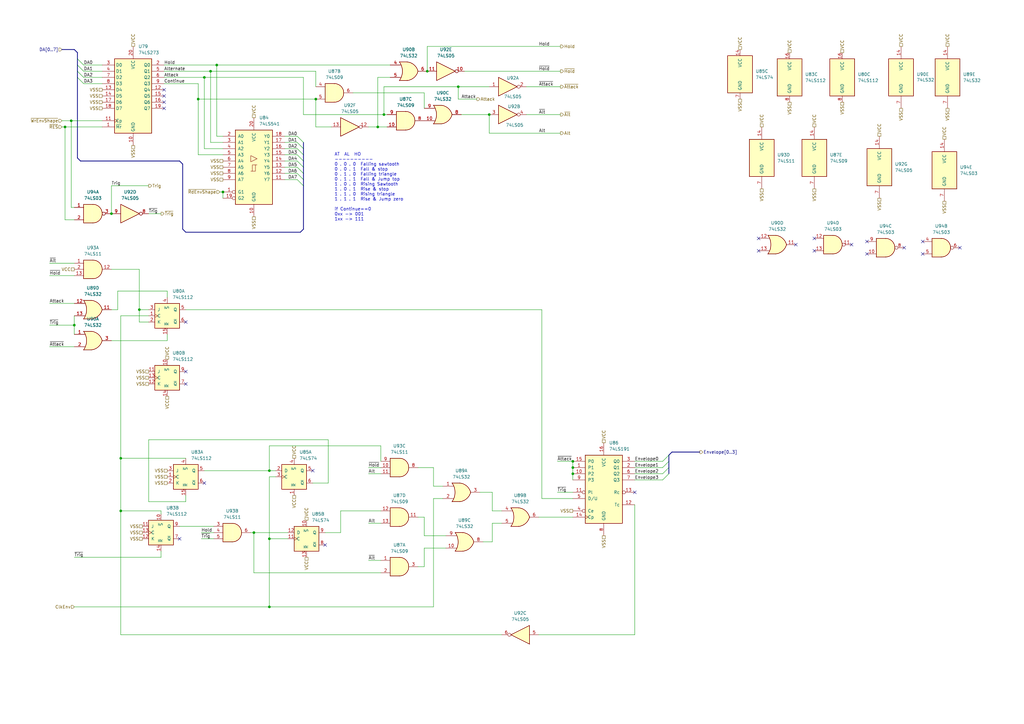
<source format=kicad_sch>
(kicad_sch (version 20250114) (generator "eeschema") (generator_version "9.0")
  (paper "A3")
  (lib_symbols
    (symbol "74xx:74LS03" (pin_names (offset 1.016))
      (property "Reference" "U" (at 0 1.27 0))
      (property "Value" "74LS03" (at 0 -1.27 0))
      (symbol "74LS03_1_1"
        (pin input line (at -7.62 2.54 0) (length 3.81) (name "~") (number "1"))
        (pin input line (at -7.62 -2.54 0) (length 3.81) (name "~") (number "2"))
        (pin open_collector inverted (at 7.62 0 180) (length 3.81) (name "~") (number "3"))
      )
      (symbol "74LS03_1_2"
        (pin input inverted (at -7.62 2.54 0) (length 4.318) (name "~") (number "1"))
        (pin input inverted (at -7.62 -2.54 0) (length 4.318) (name "~") (number "2"))
        (pin open_collector line (at 7.62 0 180) (length 3.81) (name "~") (number "3"))
      )
      (symbol "74LS03_2_1"
        (pin input line (at -7.62 2.54 0) (length 3.81) (name "~") (number "4"))
        (pin input line (at -7.62 -2.54 0) (length 3.81) (name "~") (number "5"))
        (pin open_collector inverted (at 7.62 0 180) (length 3.81) (name "~") (number "6"))
      )
      (symbol "74LS03_2_2"
        (pin input inverted (at -7.62 2.54 0) (length 4.318) (name "~") (number "4"))
        (pin input inverted (at -7.62 -2.54 0) (length 4.318) (name "~") (number "5"))
        (pin open_collector line (at 7.62 0 180) (length 3.81) (name "~") (number "6"))
      )
      (symbol "74LS03_3_1"
        (pin input line (at -7.62 2.54 0) (length 3.81) (name "~") (number "9"))
        (pin input line (at -7.62 -2.54 0) (length 3.81) (name "~") (number "10"))
        (pin open_collector inverted (at 7.62 0 180) (length 3.81) (name "~") (number "8"))
      )
      (symbol "74LS03_3_2"
        (pin input inverted (at -7.62 2.54 0) (length 4.318) (name "~") (number "9"))
        (pin input inverted (at -7.62 -2.54 0) (length 4.318) (name "~") (number "10"))
        (pin open_collector line (at 7.62 0 180) (length 3.81) (name "~") (number "8"))
      )
      (symbol "74LS03_4_1"
        (pin input line (at -7.62 2.54 0) (length 3.81) (name "~") (number "12"))
        (pin input line (at -7.62 -2.54 0) (length 3.81) (name "~") (number "13"))
        (pin open_collector inverted (at 7.62 0 180) (length 3.81) (name "~") (number "11"))
      )
      (symbol "74LS03_4_2"
        (pin input inverted (at -7.62 2.54 0) (length 4.318) (name "~") (number "12"))
        (pin input inverted (at -7.62 -2.54 0) (length 4.318) (name "~") (number "13"))
        (pin open_collector line (at 7.62 0 180) (length 3.81) (name "~") (number "11"))
      )
      (symbol "74LS03_5_0"
        (pin power_in line (at 0 12.7 270) (length 5.08) (name "VCC") (number "14"))
        (pin power_in line (at 0 -12.7 90) (length 5.08) (name "GND") (number "7"))
      )
    )
    (symbol "74xx:74LS05" (pin_names (offset 1.016))
      (property "Reference" "U" (at 0 1.27 0))
      (property "Value" "74LS05" (at 0 -1.27 0))
      (symbol "74LS05_1_0"
        (pin input line (at -7.62 0 0) (length 3.81) (name "~") (number "1"))
        (pin open_collector inverted (at 7.62 0 180) (length 3.81) (name "~") (number "2"))
      )
      (symbol "74LS05_2_0"
        (pin input line (at -7.62 0 0) (length 3.81) (name "~") (number "3"))
        (pin open_collector inverted (at 7.62 0 180) (length 3.81) (name "~") (number "4"))
      )
      (symbol "74LS05_3_0"
        (pin input line (at -7.62 0 0) (length 3.81) (name "~") (number "5"))
        (pin open_collector inverted (at 7.62 0 180) (length 3.81) (name "~") (number "6"))
      )
      (symbol "74LS05_4_0"
        (pin input line (at -7.62 0 0) (length 3.81) (name "~") (number "9"))
        (pin open_collector inverted (at 7.62 0 180) (length 3.81) (name "~") (number "8"))
      )
      (symbol "74LS05_5_0"
        (pin input line (at -7.62 0 0) (length 3.81) (name "~") (number "11"))
        (pin open_collector inverted (at 7.62 0 180) (length 3.81) (name "~") (number "10"))
      )
      (symbol "74LS05_6_0"
        (pin input line (at -7.62 0 0) (length 3.81) (name "~") (number "13"))
        (pin open_collector inverted (at 7.62 0 180) (length 3.81) (name "~") (number "12"))
      )
      (symbol "74LS05_7_0"
        (pin power_in line (at 0 12.7 270) (length 5.08) (name "VCC") (number "14"))
        (pin power_in line (at 0 -12.7 90) (length 5.08) (name "GND") (number "7"))
      )
    )
    (symbol "74xx:74LS09" (pin_names (offset 1.016))
      (property "Reference" "U" (at 0 1.27 0))
      (property "Value" "74LS09" (at 0 -1.27 0))
      (symbol "74LS09_1_1"
        (pin input line (at -7.62 2.54 0) (length 3.81) (name "~") (number "1"))
        (pin input line (at -7.62 -2.54 0) (length 3.81) (name "~") (number "2"))
        (pin open_collector line (at 7.62 0 180) (length 3.81) (name "~") (number "3"))
      )
      (symbol "74LS09_1_2"
        (pin input inverted (at -7.62 2.54 0) (length 4.318) (name "~") (number "1"))
        (pin input inverted (at -7.62 -2.54 0) (length 4.318) (name "~") (number "2"))
        (pin output inverted (at 7.62 0 180) (length 3.81) (name "~") (number "3"))
      )
      (symbol "74LS09_2_1"
        (pin input line (at -7.62 2.54 0) (length 3.81) (name "~") (number "4"))
        (pin input line (at -7.62 -2.54 0) (length 3.81) (name "~") (number "5"))
        (pin open_collector line (at 7.62 0 180) (length 3.81) (name "~") (number "6"))
      )
      (symbol "74LS09_2_2"
        (pin input inverted (at -7.62 2.54 0) (length 4.318) (name "~") (number "4"))
        (pin input inverted (at -7.62 -2.54 0) (length 4.318) (name "~") (number "5"))
        (pin output inverted (at 7.62 0 180) (length 3.81) (name "~") (number "6"))
      )
      (symbol "74LS09_3_1"
        (pin input line (at -7.62 2.54 0) (length 3.81) (name "~") (number "9"))
        (pin input line (at -7.62 -2.54 0) (length 3.81) (name "~") (number "10"))
        (pin open_collector line (at 7.62 0 180) (length 3.81) (name "~") (number "8"))
      )
      (symbol "74LS09_3_2"
        (pin input inverted (at -7.62 2.54 0) (length 4.318) (name "~") (number "9"))
        (pin input inverted (at -7.62 -2.54 0) (length 4.318) (name "~") (number "10"))
        (pin output inverted (at 7.62 0 180) (length 3.81) (name "~") (number "8"))
      )
      (symbol "74LS09_4_1"
        (pin input line (at -7.62 2.54 0) (length 3.81) (name "~") (number "12"))
        (pin input line (at -7.62 -2.54 0) (length 3.81) (name "~") (number "13"))
        (pin open_collector line (at 7.62 0 180) (length 3.81) (name "~") (number "11"))
      )
      (symbol "74LS09_4_2"
        (pin input inverted (at -7.62 2.54 0) (length 4.318) (name "~") (number "12"))
        (pin input inverted (at -7.62 -2.54 0) (length 4.318) (name "~") (number "13"))
        (pin output inverted (at 7.62 0 180) (length 3.81) (name "~") (number "11"))
      )
      (symbol "74LS09_5_0"
        (pin power_in line (at 0 12.7 270) (length 5.08) (name "VCC") (number "14"))
        (pin power_in line (at 0 -12.7 90) (length 5.08) (name "GND") (number "7"))
      )
    )
    (symbol "74xx:74LS11" (pin_names (offset 1.016))
      (property "Reference" "U" (at 0 1.27 0))
      (property "Value" "74LS11" (at 0 -1.27 0))
      (symbol "74LS11_1_1"
        (pin input line (at -7.62 2.54 0) (length 3.81) (name "~") (number "1"))
        (pin input line (at -7.62 0 0) (length 3.81) (name "~") (number "2"))
        (pin input line (at -7.62 -2.54 0) (length 3.81) (name "~") (number "13"))
        (pin output line (at 7.62 0 180) (length 3.81) (name "~") (number "12"))
      )
      (symbol "74LS11_1_2"
        (pin input inverted (at -7.62 2.54 0) (length 4.318) (name "~") (number "1"))
        (pin input inverted (at -7.62 0 0) (length 4.953) (name "~") (number "2"))
        (pin input inverted (at -7.62 -2.54 0) (length 4.318) (name "~") (number "13"))
        (pin output inverted (at 7.62 0 180) (length 3.81) (name "~") (number "12"))
      )
      (symbol "74LS11_2_1"
        (pin input line (at -7.62 2.54 0) (length 3.81) (name "~") (number "3"))
        (pin input line (at -7.62 0 0) (length 3.81) (name "~") (number "4"))
        (pin input line (at -7.62 -2.54 0) (length 3.81) (name "~") (number "5"))
        (pin output line (at 7.62 0 180) (length 3.81) (name "~") (number "6"))
      )
      (symbol "74LS11_2_2"
        (pin input inverted (at -7.62 2.54 0) (length 4.318) (name "~") (number "3"))
        (pin input inverted (at -7.62 0 0) (length 4.953) (name "~") (number "4"))
        (pin input inverted (at -7.62 -2.54 0) (length 4.318) (name "~") (number "5"))
        (pin output inverted (at 7.62 0 180) (length 3.81) (name "~") (number "6"))
      )
      (symbol "74LS11_3_1"
        (pin input line (at -7.62 2.54 0) (length 3.81) (name "~") (number "9"))
        (pin input line (at -7.62 0 0) (length 3.81) (name "~") (number "10"))
        (pin input line (at -7.62 -2.54 0) (length 3.81) (name "~") (number "11"))
        (pin output line (at 7.62 0 180) (length 3.81) (name "~") (number "8"))
      )
      (symbol "74LS11_3_2"
        (pin input inverted (at -7.62 2.54 0) (length 4.318) (name "~") (number "9"))
        (pin input inverted (at -7.62 0 0) (length 4.953) (name "~") (number "10"))
        (pin input inverted (at -7.62 -2.54 0) (length 4.318) (name "~") (number "11"))
        (pin output inverted (at 7.62 0 180) (length 3.81) (name "~") (number "8"))
      )
      (symbol "74LS11_4_0"
        (pin power_in line (at 0 12.7 270) (length 5.08) (name "VCC") (number "14"))
        (pin power_in line (at 0 -12.7 90) (length 5.08) (name "GND") (number "7"))
      )
    )
    (symbol "74xx:74LS112" (pin_names (offset 1.016))
      (property "Reference" "U" (at -7.62 8.89 0))
      (property "Value" "74LS112" (at -7.62 -8.89 0))
      (symbol "74LS112_1_0"
        (pin input line (at -7.62 2.54 0) (length 2.54) (name "J") (number "3"))
        (pin input clock (at -7.62 0 0) (length 2.54) (name "C") (number "1"))
        (pin input line (at -7.62 -2.54 0) (length 2.54) (name "K") (number "2"))
        (pin input line (at 0 7.62 270) (length 2.54) (name "~{S}") (number "4"))
        (pin input line (at 0 -7.62 90) (length 2.54) (name "~{R}") (number "15"))
        (pin output line (at 7.62 2.54 180) (length 2.54) (name "Q") (number "5"))
        (pin output line (at 7.62 -2.54 180) (length 2.54) (name "~{Q}") (number "6"))
      )
      (symbol "74LS112_2_0"
        (pin input line (at -7.62 2.54 0) (length 2.54) (name "J") (number "11"))
        (pin input clock (at -7.62 0 0) (length 2.54) (name "C") (number "13"))
        (pin input line (at -7.62 -2.54 0) (length 2.54) (name "K") (number "12"))
        (pin input line (at 0 7.62 270) (length 2.54) (name "~{S}") (number "10"))
        (pin input line (at 0 -7.62 90) (length 2.54) (name "~{R}") (number "14"))
        (pin output line (at 7.62 2.54 180) (length 2.54) (name "Q") (number "9"))
        (pin output line (at 7.62 -2.54 180) (length 2.54) (name "~{Q}") (number "7"))
      )
      (symbol "74LS112_3_0"
        (pin power_in line (at 0 10.16 270) (length 2.54) (name "VCC") (number "16"))
        (pin power_in line (at 0 -10.16 90) (length 2.54) (name "GND") (number "8"))
      )
    )
    (symbol "74xx:74LS191" (pin_names (offset 1.016))
      (property "Reference" "U" (at -7.62 13.97 0))
      (property "Value" "74LS191" (at -7.62 -16.51 0))
      (symbol "74LS191_1_0"
        (pin input line (at -12.7 10.16 0) (length 5.08) (name "P0") (number "15"))
        (pin input line (at -12.7 7.62 0) (length 5.08) (name "P1") (number "1"))
        (pin input line (at -12.7 5.08 0) (length 5.08) (name "P2") (number "10"))
        (pin input line (at -12.7 2.54 0) (length 5.08) (name "P3") (number "9"))
        (pin input inverted (at -12.7 -2.54 0) (length 5.08) (name "Pl") (number "11"))
        (pin input line (at -12.7 -5.08 0) (length 5.08) (name "D/U") (number "5"))
        (pin input inverted (at -12.7 -10.16 0) (length 5.08) (name "Ce") (number "4"))
        (pin input clock (at -12.7 -12.7 0) (length 5.08) (name "Cp") (number "14"))
        (pin power_in line (at 0 17.78 270) (length 5.08) (name "VCC") (number "16"))
        (pin power_in line (at 0 -20.32 90) (length 5.08) (name "GND") (number "8"))
        (pin output line (at 12.7 10.16 180) (length 5.08) (name "Q0") (number "3"))
        (pin output line (at 12.7 7.62 180) (length 5.08) (name "Q1") (number "2"))
        (pin output line (at 12.7 5.08 180) (length 5.08) (name "Q2") (number "6"))
        (pin output line (at 12.7 2.54 180) (length 5.08) (name "Q3") (number "7"))
        (pin output inverted (at 12.7 -2.54 180) (length 5.08) (name "Rc") (number "13"))
        (pin output line (at 12.7 -7.62 180) (length 5.08) (name "Tc") (number "12"))
      )
    )
    (symbol "74xx:74LS273"
      (property "Reference" "U" (at -7.62 16.51 0))
      (property "Value" "74LS273" (at -7.62 -16.51 0))
      (symbol "74LS273_1_0"
        (pin input line (at -12.7 12.7 0) (length 5.08) (name "D0") (number "3"))
        (pin input line (at -12.7 10.16 0) (length 5.08) (name "D1") (number "4"))
        (pin input line (at -12.7 7.62 0) (length 5.08) (name "D2") (number "7"))
        (pin input line (at -12.7 5.08 0) (length 5.08) (name "D3") (number "8"))
        (pin input line (at -12.7 2.54 0) (length 5.08) (name "D4") (number "13"))
        (pin input line (at -12.7 0 0) (length 5.08) (name "D5") (number "14"))
        (pin input line (at -12.7 -2.54 0) (length 5.08) (name "D6") (number "17"))
        (pin input line (at -12.7 -5.08 0) (length 5.08) (name "D7") (number "18"))
        (pin input clock (at -12.7 -10.16 0) (length 5.08) (name "Cp") (number "11"))
        (pin input line (at -12.7 -12.7 0) (length 5.08) (name "~{Mr}") (number "1"))
        (pin power_in line (at 0 20.32 270) (length 5.08) (name "VCC") (number "20"))
        (pin power_in line (at 0 -20.32 90) (length 5.08) (name "GND") (number "10"))
        (pin output line (at 12.7 12.7 180) (length 5.08) (name "Q0") (number "2"))
        (pin output line (at 12.7 10.16 180) (length 5.08) (name "Q1") (number "5"))
        (pin output line (at 12.7 7.62 180) (length 5.08) (name "Q2") (number "6"))
        (pin output line (at 12.7 5.08 180) (length 5.08) (name "Q3") (number "9"))
        (pin output line (at 12.7 2.54 180) (length 5.08) (name "Q4") (number "12"))
        (pin output line (at 12.7 0 180) (length 5.08) (name "Q5") (number "15"))
        (pin output line (at 12.7 -2.54 180) (length 5.08) (name "Q6") (number "16"))
        (pin output line (at 12.7 -5.08 180) (length 5.08) (name "Q7") (number "19"))
      )
    )
    (symbol "74xx:74LS32" (pin_names (offset 1.016))
      (property "Reference" "U" (at 0 1.27 0))
      (property "Value" "74LS32" (at 0 -1.27 0))
      (symbol "74LS32_1_1"
        (pin input line (at -7.62 2.54 0) (length 4.318) (name "~") (number "1"))
        (pin input line (at -7.62 -2.54 0) (length 4.318) (name "~") (number "2"))
        (pin output line (at 7.62 0 180) (length 3.81) (name "~") (number "3"))
      )
      (symbol "74LS32_1_2"
        (pin input inverted (at -7.62 2.54 0) (length 3.81) (name "~") (number "1"))
        (pin input inverted (at -7.62 -2.54 0) (length 3.81) (name "~") (number "2"))
        (pin output inverted (at 7.62 0 180) (length 3.81) (name "~") (number "3"))
      )
      (symbol "74LS32_2_1"
        (pin input line (at -7.62 2.54 0) (length 4.318) (name "~") (number "4"))
        (pin input line (at -7.62 -2.54 0) (length 4.318) (name "~") (number "5"))
        (pin output line (at 7.62 0 180) (length 3.81) (name "~") (number "6"))
      )
      (symbol "74LS32_2_2"
        (pin input inverted (at -7.62 2.54 0) (length 3.81) (name "~") (number "4"))
        (pin input inverted (at -7.62 -2.54 0) (length 3.81) (name "~") (number "5"))
        (pin output inverted (at 7.62 0 180) (length 3.81) (name "~") (number "6"))
      )
      (symbol "74LS32_3_1"
        (pin input line (at -7.62 2.54 0) (length 4.318) (name "~") (number "9"))
        (pin input line (at -7.62 -2.54 0) (length 4.318) (name "~") (number "10"))
        (pin output line (at 7.62 0 180) (length 3.81) (name "~") (number "8"))
      )
      (symbol "74LS32_3_2"
        (pin input inverted (at -7.62 2.54 0) (length 3.81) (name "~") (number "9"))
        (pin input inverted (at -7.62 -2.54 0) (length 3.81) (name "~") (number "10"))
        (pin output inverted (at 7.62 0 180) (length 3.81) (name "~") (number "8"))
      )
      (symbol "74LS32_4_1"
        (pin input line (at -7.62 2.54 0) (length 4.318) (name "~") (number "12"))
        (pin input line (at -7.62 -2.54 0) (length 4.318) (name "~") (number "13"))
        (pin output line (at 7.62 0 180) (length 3.81) (name "~") (number "11"))
      )
      (symbol "74LS32_4_2"
        (pin input inverted (at -7.62 2.54 0) (length 3.81) (name "~") (number "12"))
        (pin input inverted (at -7.62 -2.54 0) (length 3.81) (name "~") (number "13"))
        (pin output inverted (at 7.62 0 180) (length 3.81) (name "~") (number "11"))
      )
      (symbol "74LS32_5_0"
        (pin power_in line (at 0 12.7 270) (length 5.08) (name "VCC") (number "14"))
        (pin power_in line (at 0 -12.7 90) (length 5.08) (name "GND") (number "7"))
      )
    )
    (symbol "74xx:74LS541" (pin_names (offset 1.016))
      (property "Reference" "U" (at -7.62 16.51 0))
      (property "Value" "74LS541" (at -7.62 -16.51 0))
      (symbol "74LS541_1_0"
        (pin input line (at -12.7 12.7 0) (length 5.08) (name "A0") (number "2"))
        (pin input line (at -12.7 10.16 0) (length 5.08) (name "A1") (number "3"))
        (pin input line (at -12.7 7.62 0) (length 5.08) (name "A2") (number "4"))
        (pin input line (at -12.7 5.08 0) (length 5.08) (name "A3") (number "5"))
        (pin input line (at -12.7 2.54 0) (length 5.08) (name "A4") (number "6"))
        (pin input line (at -12.7 0 0) (length 5.08) (name "A5") (number "7"))
        (pin input line (at -12.7 -2.54 0) (length 5.08) (name "A6") (number "8"))
        (pin input line (at -12.7 -5.08 0) (length 5.08) (name "A7") (number "9"))
        (pin input inverted (at -12.7 -10.16 0) (length 5.08) (name "G1") (number "1"))
        (pin input inverted (at -12.7 -12.7 0) (length 5.08) (name "G2") (number "19"))
        (pin power_in line (at 0 20.32 270) (length 5.08) (name "VCC") (number "20"))
        (pin power_in line (at 0 -20.32 90) (length 5.08) (name "GND") (number "10"))
        (pin tri_state line (at 12.7 12.7 180) (length 5.08) (name "Y0") (number "18"))
        (pin tri_state line (at 12.7 10.16 180) (length 5.08) (name "Y1") (number "17"))
        (pin tri_state line (at 12.7 7.62 180) (length 5.08) (name "Y2") (number "16"))
        (pin tri_state line (at 12.7 5.08 180) (length 5.08) (name "Y3") (number "15"))
        (pin tri_state line (at 12.7 2.54 180) (length 5.08) (name "Y4") (number "14"))
        (pin tri_state line (at 12.7 0 180) (length 5.08) (name "Y5") (number "13"))
        (pin tri_state line (at 12.7 -2.54 180) (length 5.08) (name "Y6") (number "12"))
        (pin tri_state line (at 12.7 -5.08 180) (length 5.08) (name "Y7") (number "11"))
      )
    )
    (symbol "74xx:74LS74" (pin_names (offset 1.016))
      (property "Reference" "U" (at -7.62 8.89 0))
      (property "Value" "74LS74" (at -7.62 -8.89 0))
      (symbol "74LS74_1_0"
        (pin input line (at -7.62 2.54 0) (length 2.54) (name "D") (number "2"))
        (pin input clock (at -7.62 0 0) (length 2.54) (name "C") (number "3"))
        (pin input line (at 0 7.62 270) (length 2.54) (name "~{S}") (number "4"))
        (pin input line (at 0 -7.62 90) (length 2.54) (name "~{R}") (number "1"))
        (pin output line (at 7.62 2.54 180) (length 2.54) (name "Q") (number "5"))
        (pin output line (at 7.62 -2.54 180) (length 2.54) (name "~{Q}") (number "6"))
      )
      (symbol "74LS74_2_0"
        (pin input line (at -7.62 2.54 0) (length 2.54) (name "D") (number "12"))
        (pin input clock (at -7.62 0 0) (length 2.54) (name "C") (number "11"))
        (pin input line (at 0 7.62 270) (length 2.54) (name "~{S}") (number "10"))
        (pin input line (at 0 -7.62 90) (length 2.54) (name "~{R}") (number "13"))
        (pin output line (at 7.62 2.54 180) (length 2.54) (name "Q") (number "9"))
        (pin output line (at 7.62 -2.54 180) (length 2.54) (name "~{Q}") (number "8"))
      )
      (symbol "74LS74_3_0"
        (pin power_in line (at 0 10.16 270) (length 2.54) (name "VCC") (number "14"))
        (pin power_in line (at 0 -10.16 90) (length 2.54) (name "GND") (number "7"))
      )
    )
  )
  (text "AT  AL  HO\n----------\n0 . 0 . 0  Falling sawtooth\n0 . 0 . 1  Fall & stop\n0 . 1 . 0  Falling triangle\n0 . 1 . 1  Fall & Jump top\n1 . 0 . 0  Rising Sawtooth\n1 . 0 . 1  Rise & stop\n1 . 1 . 0  Rising triangle\n1 . 1 . 1  Rise & Jump zero\n\nif Continue==0\n0xx -> 001\n1xx -> 111" (at 137.16 76.708 0) (effects (font (size 1.27 1.27)) (justify left)))
  (junction (at 45.72 87.63))
  (junction (at 154.94 52.07))
  (junction (at 110.49 220.98))
  (junction (at 157.48 46.99))
  (junction (at 91.44 78.74))
  (junction (at 129.54 40.64))
  (junction (at 49.53 187.96))
  (junction (at 26.67 52.07))
  (junction (at 86.36 29.21))
  (junction (at 49.53 209.55))
  (junction (at 187.96 35.56))
  (junction (at 234.95 191.77))
  (junction (at 88.9 26.67))
  (junction (at 57.15 127))
  (junction (at 81.28 40.64))
  (junction (at 110.49 248.92))
  (junction (at 175.26 29.21))
  (junction (at 30.48 133.35))
  (junction (at 234.95 194.31))
  (junction (at 110.49 193.04))
  (junction (at 104.14 218.44))
  (junction (at 234.95 189.23))
  (junction (at 29.21 49.53))
  (junction (at 83.82 31.75))
  (junction (at 200.66 46.99))
  (no_connect (at 73.66 220.98))
  (no_connect (at 370.84 101.6))
  (no_connect (at 393.7 101.6))
  (no_connect (at 378.46 99.06))
  (no_connect (at 133.35 223.52))
  (no_connect (at 355.6 104.14))
  (no_connect (at 311.15 102.87))
  (no_connect (at 128.27 193.04))
  (no_connect (at 349.25 100.33))
  (no_connect (at 326.39 100.33))
  (no_connect (at 311.15 97.79))
  (no_connect (at 76.2 152.4))
  (no_connect (at 378.46 104.14))
  (no_connect (at 67.31 39.37))
  (no_connect (at 76.2 157.48))
  (no_connect (at 83.82 198.12))
  (no_connect (at 334.01 102.87))
  (no_connect (at 67.31 36.83))
  (no_connect (at 76.2 132.08))
  (no_connect (at 355.6 99.06))
  (no_connect (at 67.31 44.45))
  (no_connect (at 260.35 201.93))
  (no_connect (at 334.01 97.79))
  (no_connect (at 67.31 41.91))
  (bus_entry (at 31.75 26.67) (size 2.54 2.54))
  (bus_entry (at 271.78 191.77) (size 2.54 -2.54))
  (bus_entry (at 124.46 73.66) (size -2.54 -2.54))
  (bus_entry (at 124.46 71.12) (size -2.54 -2.54))
  (bus_entry (at 31.75 29.21) (size 2.54 2.54))
  (bus_entry (at 124.46 63.5) (size -2.54 -2.54))
  (bus_entry (at 124.46 68.58) (size -2.54 -2.54))
  (bus_entry (at 271.78 194.31) (size 2.54 -2.54))
  (bus_entry (at 124.46 60.96) (size -2.54 -2.54))
  (bus_entry (at 124.46 58.42) (size -2.54 -2.54))
  (bus_entry (at 31.75 31.75) (size 2.54 2.54))
  (bus_entry (at 271.78 196.85) (size 2.54 -2.54))
  (bus_entry (at 31.75 24.13) (size 2.54 2.54))
  (bus_entry (at 124.46 76.2) (size -2.54 -2.54))
  (bus_entry (at 124.46 66.04) (size -2.54 -2.54))
  (bus_entry (at 271.78 189.23) (size 2.54 -2.54))
  (wire (pts (xy 67.31 29.21) (xy 86.36 29.21)))
  (wire (pts (xy 110.49 195.58) (xy 110.49 220.98)))
  (wire (pts (xy 110.49 193.04) (xy 113.03 193.04)))
  (wire (pts (xy 48.26 119.38) (xy 48.26 127)))
  (wire (pts (xy 222.25 127) (xy 222.25 204.47)))
  (wire (pts (xy 20.32 107.95) (xy 30.48 107.95)))
  (wire (pts (xy 157.48 35.56) (xy 157.48 46.99)))
  (wire (pts (xy 128.27 198.12) (xy 134.62 198.12)))
  (wire (pts (xy 173.99 38.1) (xy 173.99 44.45)))
  (wire (pts (xy 60.96 205.74) (xy 76.2 205.74)))
  (wire (pts (xy 83.82 31.75) (xy 124.46 31.75)))
  (wire (pts (xy 73.66 215.9) (xy 87.63 215.9)))
  (wire (pts (xy 129.54 52.07) (xy 135.89 52.07)))
  (wire (pts (xy 29.21 85.09) (xy 30.48 85.09)))
  (wire (pts (xy 25.4 52.07) (xy 26.67 52.07)))
  (wire (pts (xy 104.14 218.44) (xy 118.11 218.44)))
  (wire (pts (xy 187.96 35.56) (xy 200.66 35.56)))
  (wire (pts (xy 90.17 78.74) (xy 91.44 78.74)))
  (wire (pts (xy 49.53 129.54) (xy 60.96 129.54)))
  (wire (pts (xy 110.49 220.98) (xy 118.11 220.98)))
  (wire (pts (xy 154.94 31.75) (xy 154.94 52.07)))
  (wire (pts (xy 196.85 201.93) (xy 201.93 201.93)))
  (wire (pts (xy 124.46 46.99) (xy 157.48 46.99)))
  (wire (pts (xy 177.8 191.77) (xy 177.8 199.39)))
  (wire (pts (xy 60.96 87.63) (xy 66.04 87.63)))
  (wire (pts (xy 260.35 191.77) (xy 271.78 191.77)))
  (wire (pts (xy 88.9 55.88) (xy 91.44 55.88)))
  (wire (pts (xy 57.15 132.08) (xy 60.96 132.08)))
  (bus (pts (xy 31.75 21.59) (xy 31.75 24.13)))
  (wire (pts (xy 124.46 31.75) (xy 124.46 46.99)))
  (wire (pts (xy 110.49 182.88) (xy 110.49 193.04)))
  (wire (pts (xy 45.72 76.2) (xy 45.72 87.63)))
  (wire (pts (xy 83.82 31.75) (xy 67.31 31.75)))
  (wire (pts (xy 83.82 60.96) (xy 83.82 31.75)))
  (wire (pts (xy 215.9 35.56) (xy 229.87 35.56)))
  (wire (pts (xy 30.48 248.92) (xy 110.49 248.92)))
  (wire (pts (xy 86.36 58.42) (xy 91.44 58.42)))
  (wire (pts (xy 234.95 191.77) (xy 234.95 194.31)))
  (wire (pts (xy 110.49 195.58) (xy 113.03 195.58)))
  (wire (pts (xy 29.21 49.53) (xy 41.91 49.53)))
  (wire (pts (xy 129.54 40.64) (xy 129.54 52.07)))
  (wire (pts (xy 187.96 35.56) (xy 187.96 40.64)))
  (wire (pts (xy 45.72 110.49) (xy 57.15 110.49)))
  (wire (pts (xy 49.53 209.55) (xy 49.53 260.35)))
  (wire (pts (xy 67.31 26.67) (xy 88.9 26.67)))
  (wire (pts (xy 154.94 52.07) (xy 158.75 52.07)))
  (wire (pts (xy 171.45 212.09) (xy 173.99 212.09)))
  (wire (pts (xy 66.04 209.55) (xy 66.04 210.82)))
  (wire (pts (xy 175.26 19.05) (xy 175.26 29.21)))
  (wire (pts (xy 144.78 38.1) (xy 173.99 38.1)))
  (wire (pts (xy 116.84 71.12) (xy 121.92 71.12)))
  (wire (pts (xy 20.32 124.46) (xy 30.48 124.46)))
  (wire (pts (xy 200.66 54.61) (xy 229.87 54.61)))
  (wire (pts (xy 173.99 219.71) (xy 182.88 219.71)))
  (wire (pts (xy 173.99 224.79) (xy 182.88 224.79)))
  (bus (pts (xy 31.75 26.67) (xy 31.75 29.21)))
  (bus (pts (xy 30.48 20.32) (xy 31.75 21.59)))
  (wire (pts (xy 228.6 201.93) (xy 234.95 201.93)))
  (wire (pts (xy 86.36 29.21) (xy 129.54 29.21)))
  (wire (pts (xy 81.28 40.64) (xy 81.28 63.5)))
  (wire (pts (xy 88.9 26.67) (xy 88.9 55.88)))
  (wire (pts (xy 116.84 55.88) (xy 121.92 55.88)))
  (wire (pts (xy 57.15 110.49) (xy 57.15 127)))
  (bus (pts (xy 124.46 60.96) (xy 124.46 58.42)))
  (wire (pts (xy 201.93 214.63) (xy 201.93 222.25)))
  (wire (pts (xy 30.48 228.6) (xy 66.04 228.6)))
  (wire (pts (xy 26.67 90.17) (xy 30.48 90.17)))
  (wire (pts (xy 171.45 232.41) (xy 173.99 232.41)))
  (wire (pts (xy 86.36 29.21) (xy 86.36 58.42)))
  (wire (pts (xy 45.72 76.2) (xy 60.96 76.2)))
  (wire (pts (xy 133.35 218.44) (xy 139.7 218.44)))
  (wire (pts (xy 156.21 182.88) (xy 156.21 189.23)))
  (bus (pts (xy 274.32 191.77) (xy 274.32 194.31)))
  (bus (pts (xy 124.46 71.12) (xy 124.46 68.58)))
  (wire (pts (xy 104.14 234.95) (xy 156.21 234.95)))
  (wire (pts (xy 260.35 194.31) (xy 271.78 194.31)))
  (bus (pts (xy 31.75 29.21) (xy 31.75 31.75)))
  (wire (pts (xy 260.35 189.23) (xy 271.78 189.23)))
  (wire (pts (xy 60.96 180.34) (xy 60.96 205.74)))
  (wire (pts (xy 157.48 35.56) (xy 187.96 35.56)))
  (wire (pts (xy 34.29 34.29) (xy 41.91 34.29)))
  (bus (pts (xy 124.46 76.2) (xy 124.46 73.66)))
  (wire (pts (xy 91.44 78.74) (xy 91.44 81.28)))
  (wire (pts (xy 151.13 52.07) (xy 154.94 52.07)))
  (wire (pts (xy 177.8 199.39) (xy 181.61 199.39)))
  (wire (pts (xy 129.54 29.21) (xy 129.54 35.56)))
  (bus (pts (xy 31.75 31.75) (xy 31.75 64.77)))
  (wire (pts (xy 198.12 222.25) (xy 201.93 222.25)))
  (bus (pts (xy 33.02 66.04) (xy 73.66 66.04)))
  (wire (pts (xy 57.15 127) (xy 57.15 132.08)))
  (wire (pts (xy 26.67 52.07) (xy 41.91 52.07)))
  (wire (pts (xy 151.13 214.63) (xy 156.21 214.63)))
  (wire (pts (xy 49.53 187.96) (xy 76.2 187.96)))
  (wire (pts (xy 173.99 224.79) (xy 173.99 232.41)))
  (wire (pts (xy 151.13 229.87) (xy 156.21 229.87)))
  (wire (pts (xy 151.13 191.77) (xy 156.21 191.77)))
  (wire (pts (xy 49.53 209.55) (xy 66.04 209.55)))
  (bus (pts (xy 76.2 95.25) (xy 123.19 95.25)))
  (wire (pts (xy 201.93 214.63) (xy 205.74 214.63)))
  (wire (pts (xy 45.72 139.7) (xy 68.58 139.7)))
  (wire (pts (xy 260.35 196.85) (xy 271.78 196.85)))
  (bus (pts (xy 124.46 63.5) (xy 124.46 60.96)))
  (wire (pts (xy 260.35 207.01) (xy 260.35 260.35)))
  (bus (pts (xy 123.19 95.25) (xy 124.46 93.98)))
  (wire (pts (xy 110.49 182.88) (xy 156.21 182.88)))
  (wire (pts (xy 215.9 46.99) (xy 229.87 46.99)))
  (wire (pts (xy 116.84 66.04) (xy 121.92 66.04)))
  (wire (pts (xy 116.84 63.5) (xy 121.92 63.5)))
  (bus (pts (xy 74.93 93.98) (xy 74.93 67.31)))
  (wire (pts (xy 81.28 63.5) (xy 91.44 63.5)))
  (wire (pts (xy 81.28 40.64) (xy 129.54 40.64)))
  (wire (pts (xy 201.93 209.55) (xy 205.74 209.55)))
  (wire (pts (xy 30.48 133.35) (xy 30.48 137.16)))
  (wire (pts (xy 190.5 29.21) (xy 229.87 29.21)))
  (wire (pts (xy 67.31 34.29) (xy 81.28 34.29)))
  (wire (pts (xy 91.44 60.96) (xy 83.82 60.96)))
  (wire (pts (xy 83.82 193.04) (xy 110.49 193.04)))
  (wire (pts (xy 34.29 26.67) (xy 41.91 26.67)))
  (wire (pts (xy 116.84 58.42) (xy 121.92 58.42)))
  (wire (pts (xy 34.29 29.21) (xy 41.91 29.21)))
  (wire (pts (xy 173.99 212.09) (xy 173.99 219.71)))
  (wire (pts (xy 110.49 220.98) (xy 110.49 248.92)))
  (wire (pts (xy 76.2 203.2) (xy 76.2 205.74)))
  (wire (pts (xy 48.26 119.38) (xy 68.58 119.38)))
  (wire (pts (xy 57.15 127) (xy 60.96 127)))
  (wire (pts (xy 68.58 119.38) (xy 68.58 121.92)))
  (wire (pts (xy 110.49 248.92) (xy 177.8 248.92)))
  (wire (pts (xy 82.55 220.98) (xy 87.63 220.98)))
  (wire (pts (xy 45.72 127) (xy 48.26 127)))
  (wire (pts (xy 81.28 34.29) (xy 81.28 40.64)))
  (wire (pts (xy 116.84 73.66) (xy 121.92 73.66)))
  (wire (pts (xy 49.53 129.54) (xy 49.53 187.96)))
  (wire (pts (xy 68.58 137.16) (xy 68.58 139.7)))
  (wire (pts (xy 116.84 60.96) (xy 121.92 60.96)))
  (bus (pts (xy 274.32 189.23) (xy 274.32 191.77)))
  (wire (pts (xy 20.32 113.03) (xy 30.48 113.03)))
  (wire (pts (xy 82.55 218.44) (xy 87.63 218.44)))
  (wire (pts (xy 222.25 204.47) (xy 234.95 204.47)))
  (wire (pts (xy 34.29 31.75) (xy 41.91 31.75)))
  (wire (pts (xy 20.32 142.24) (xy 30.48 142.24)))
  (wire (pts (xy 29.21 49.53) (xy 29.21 85.09)))
  (wire (pts (xy 102.87 218.44) (xy 104.14 218.44)))
  (wire (pts (xy 154.94 31.75) (xy 160.02 31.75)))
  (wire (pts (xy 20.32 133.35) (xy 30.48 133.35)))
  (wire (pts (xy 175.26 19.05) (xy 229.87 19.05)))
  (wire (pts (xy 201.93 201.93) (xy 201.93 209.55)))
  (wire (pts (xy 25.4 49.53) (xy 29.21 49.53)))
  (wire (pts (xy 26.67 52.07) (xy 26.67 90.17)))
  (wire (pts (xy 49.53 187.96) (xy 49.53 209.55)))
  (bus (pts (xy 274.32 186.69) (xy 274.32 189.23)))
  (wire (pts (xy 200.66 46.99) (xy 200.66 54.61)))
  (wire (pts (xy 177.8 204.47) (xy 177.8 248.92)))
  (wire (pts (xy 189.23 46.99) (xy 200.66 46.99)))
  (bus (pts (xy 275.59 185.42) (xy 287.02 185.42)))
  (wire (pts (xy 234.95 189.23) (xy 234.95 191.77)))
  (wire (pts (xy 66.04 226.06) (xy 66.04 228.6)))
  (bus (pts (xy 124.46 66.04) (xy 124.46 63.5)))
  (wire (pts (xy 171.45 191.77) (xy 177.8 191.77)))
  (bus (pts (xy 274.32 186.69) (xy 275.59 185.42)))
  (bus (pts (xy 74.93 67.31) (xy 73.66 66.04)))
  (wire (pts (xy 116.84 68.58) (xy 121.92 68.58)))
  (wire (pts (xy 228.6 189.23) (xy 234.95 189.23)))
  (bus (pts (xy 31.75 24.13) (xy 31.75 26.67)))
  (wire (pts (xy 220.98 260.35) (xy 260.35 260.35)))
  (bus (pts (xy 25.4 20.32) (xy 30.48 20.32)))
  (wire (pts (xy 104.14 218.44) (xy 104.14 234.95)))
  (wire (pts (xy 220.98 212.09) (xy 234.95 212.09)))
  (bus (pts (xy 124.46 76.2) (xy 124.46 93.98)))
  (bus (pts (xy 76.2 95.25) (xy 74.93 93.98)))
  (wire (pts (xy 157.48 46.99) (xy 158.75 46.99)))
  (bus (pts (xy 124.46 68.58) (xy 124.46 66.04)))
  (wire (pts (xy 60.96 180.34) (xy 134.62 180.34)))
  (bus (pts (xy 31.75 64.77) (xy 33.02 66.04)))
  (wire (pts (xy 49.53 260.35) (xy 205.74 260.35)))
  (wire (pts (xy 139.7 209.55) (xy 139.7 218.44)))
  (bus (pts (xy 124.46 73.66) (xy 124.46 71.12)))
  (wire (pts (xy 151.13 194.31) (xy 156.21 194.31)))
  (wire (pts (xy 177.8 204.47) (xy 181.61 204.47)))
  (wire (pts (xy 187.96 40.64) (xy 195.58 40.64)))
  (wire (pts (xy 139.7 209.55) (xy 156.21 209.55)))
  (wire (pts (xy 134.62 180.34) (xy 134.62 198.12)))
  (wire (pts (xy 76.2 127) (xy 222.25 127)))
  (wire (pts (xy 88.9 26.67) (xy 160.02 26.67)))
  (wire (pts (xy 234.95 194.31) (xy 234.95 196.85)))
  (wire (pts (xy 30.48 129.54) (xy 30.48 133.35)))
  (label "DA6" (at 121.92 71.12 180))
  (label "~{Attack}" (at 220.98 35.56 0))
  (label "DA2" (at 121.92 60.96 180))
  (label "~{Trig}" (at 228.6 201.93 0))
  (label "DA0" (at 121.92 55.88 180))
  (label "DA4" (at 121.92 66.04 180))
  (label "DA7" (at 121.92 73.66 180))
  (label "~{Hold}" (at 220.98 29.21 0))
  (label "DA3" (at 34.29 34.29 0))
  (label "DA5" (at 121.92 68.58 180))
  (label "Hold" (at 220.98 19.05 0))
  (label "~{Attack}" (at 228.6 189.23 0))
  (label "Envelope2" (at 260.35 194.31 0))
  (label "Trig" (at 45.72 76.2 0))
  (label "DA2" (at 34.29 31.75 0))
  (label "Envelope1" (at 260.35 191.77 0))
  (label "~{Alt}" (at 151.13 229.87 0))
  (label "Envelope0" (at 260.35 189.23 0))
  (label "~{Trig}" (at 82.55 220.98 0))
  (label "~{Hold}" (at 20.32 113.03 0))
  (label "~{Attack}" (at 20.32 142.24 0))
  (label "Alternate" (at 67.31 29.21 0))
  (label "Attack" (at 20.32 124.46 0))
  (label "Hold" (at 67.31 26.67 0))
  (label "Attack" (at 189.23 40.64 0))
  (label "~{Trig}" (at 20.32 133.35 0))
  (label "Attack" (at 67.31 31.75 0))
  (label "~{Alt}" (at 20.32 107.95 0))
  (label "~{Alt}" (at 220.98 46.99 0))
  (label "~{Trig}" (at 30.48 228.6 0))
  (label "Alt" (at 151.13 194.31 0))
  (label "Alt" (at 151.13 214.63 0))
  (label "Hold" (at 82.55 218.44 0))
  (label "Envelope3" (at 260.35 196.85 0))
  (label "DA0" (at 34.29 26.67 0))
  (label "DA3" (at 121.92 63.5 180))
  (label "Continue" (at 67.31 34.29 0))
  (label "Alt" (at 220.98 54.61 0))
  (label "DA1" (at 34.29 29.21 0))
  (label "DA1" (at 121.92 58.42 180))
  (label "~{Trig}" (at 60.96 87.63 0))
  (label "~{Hold}" (at 151.13 191.77 0))
  (hierarchical_label "VCC" (shape passive) (at 120.65 203.2 270))
  (hierarchical_label "DA[0..7]" (shape input) (at 25.4 20.32 180))
  (hierarchical_label "VSS" (shape passive) (at 60.96 154.94 180))
  (hierarchical_label "VSS" (shape passive) (at 68.58 198.12 180))
  (hierarchical_label "VCC" (shape passive) (at 247.65 181.61 90))
  (hierarchical_label "VSS" (shape passive) (at 104.14 88.9 270))
  (hierarchical_label "~{RES}" (shape input) (at 25.4 52.07 180))
  (hierarchical_label "~{Alt}" (shape output) (at 229.87 46.99 0))
  (hierarchical_label "~{RdEnvShape}" (shape input) (at 90.17 78.74 180))
  (hierarchical_label "VSS" (shape passive) (at 387.35 82.55 270))
  (hierarchical_label "VCC" (shape passive) (at 303.53 20.32 90))
  (hierarchical_label "VSS" (shape passive) (at 68.58 193.04 180))
  (hierarchical_label "VCC" (shape passive) (at 125.73 213.36 90))
  (hierarchical_label "VSS" (shape passive) (at 91.44 68.58 180))
  (hierarchical_label "VSS" (shape passive) (at 91.44 66.04 180))
  (hierarchical_label "VCC" (shape passive) (at 345.44 21.59 90))
  (hierarchical_label "VSS" (shape passive) (at 323.85 41.91 270))
  (hierarchical_label "VSS" (shape passive) (at 91.44 71.12 180))
  (hierarchical_label "VCC" (shape passive) (at 54.61 19.05 90))
  (hierarchical_label "VSS" (shape passive) (at 41.91 41.91 180))
  (hierarchical_label "VSS" (shape passive) (at 369.57 44.45 270))
  (hierarchical_label "VSS" (shape passive) (at 58.42 220.98 180))
  (hierarchical_label "VSS" (shape passive) (at 58.42 218.44 180))
  (hierarchical_label "VCC" (shape passive) (at 120.65 187.96 90))
  (hierarchical_label "~{WrEnvShape}" (shape input) (at 25.4 49.53 180))
  (hierarchical_label "VCC" (shape passive) (at 323.85 21.59 90))
  (hierarchical_label "VCC" (shape passive) (at 312.42 52.07 90))
  (hierarchical_label "VSS" (shape passive) (at 91.44 73.66 180))
  (hierarchical_label "VCC" (shape passive) (at 30.48 110.49 180))
  (hierarchical_label "VSS" (shape passive) (at 247.65 219.71 270))
  (hierarchical_label "Hold" (shape output) (at 229.87 19.05 0))
  (hierarchical_label "Attack" (shape output) (at 195.58 40.64 0))
  (hierarchical_label "~{Attack}" (shape output) (at 229.87 35.56 0))
  (hierarchical_label "VSS" (shape passive) (at 360.68 81.28 270))
  (hierarchical_label "VSS" (shape passive) (at 68.58 195.58 180))
  (hierarchical_label "VCC" (shape passive) (at 388.62 19.05 90))
  (hierarchical_label "VSS" (shape passive) (at 345.44 41.91 270))
  (hierarchical_label "VSS" (shape passive) (at 234.95 209.55 180))
  (hierarchical_label "VCC" (shape passive) (at 68.58 147.32 90))
  (hierarchical_label "VCC" (shape passive) (at 387.35 57.15 90))
  (hierarchical_label "VSS" (shape passive) (at 388.62 44.45 270))
  (hierarchical_label "VSS" (shape passive) (at 60.96 152.4 180))
  (hierarchical_label "VSS" (shape passive) (at 60.96 157.48 180))
  (hierarchical_label "Envelope[0..3]" (shape output) (at 287.02 185.42 0))
  (hierarchical_label "VCC" (shape passive) (at 68.58 162.56 270))
  (hierarchical_label "VSS" (shape passive) (at 312.42 77.47 270))
  (hierarchical_label "VSS" (shape passive) (at 303.53 40.64 270))
  (hierarchical_label "VCC" (shape passive) (at 334.01 52.07 90))
  (hierarchical_label "VSS" (shape passive) (at 41.91 44.45 180))
  (hierarchical_label "VSS" (shape passive) (at 334.01 77.47 270))
  (hierarchical_label "VSS" (shape passive) (at 58.42 215.9 180))
  (hierarchical_label "Trig" (shape output) (at 60.96 76.2 0))
  (hierarchical_label "VSS" (shape passive) (at 41.91 36.83 180))
  (hierarchical_label "~{Hold}" (shape output) (at 229.87 29.21 0))
  (hierarchical_label "Alt" (shape output) (at 229.87 54.61 0))
  (hierarchical_label "VCC" (shape passive) (at 360.68 55.88 90))
  (hierarchical_label "VSS" (shape passive) (at 41.91 39.37 180))
  (hierarchical_label "VCC" (shape passive) (at 104.14 48.26 90))
  (hierarchical_label "VCC" (shape passive) (at 369.57 19.05 90))
  (hierarchical_label "~{Trig}" (shape output) (at 66.04 87.63 0))
  (hierarchical_label "ClkEnv" (shape input) (at 30.48 248.92 180))
  (hierarchical_label "VCC" (shape passive) (at 125.73 228.6 270))
  (hierarchical_label "VSS" (shape passive) (at 54.61 59.69 270))
  (symbol (lib_id "74xx:74LS05") (at 208.28 35.56 0) (unit 1)
    (property "Reference" "U92" (at 210.312 32.004 0))
    (property "Value" "74LS05" (at 210.312 39.624 0))
    (property "Datasheet" "http://www.ti.com/lit/gpn/sn74LS05" (effects (hide yes)))
    (property "Description" "Inverter Open Collect" (effects (hide yes)))
  )
  (symbol (lib_id "74xx:74LS03") (at 386.08 101.6 0) (unit 2)
    (property "Reference" "U94" (at 386.0717 92.71 0))
    (property "Value" "74LS03" (at 386.0717 95.25 0))
    (property "Datasheet" "http://www.ti.com/lit/gpn/sn74LS03" (effects (hide yes)))
    (property "Description" "Quad 2-input NAND open collector" (effects (hide yes)))
  )
  (symbol (lib_id "74xx:74LS05") (at 213.36 260.35 180) (unit 3)
    (property "Reference" "U92" (at 213.36 251.46 0))
    (property "Value" "74LS05" (at 213.36 254 0))
    (property "Datasheet" "http://www.ti.com/lit/gpn/sn74LS05" (effects (hide yes)))
    (property "Description" "Inverter Open Collect" (effects (hide yes)))
  )
  (symbol (lib_id "74xx:74LS32") (at 181.61 46.99 0) (unit 3)
    (property "Reference" "U90" (at 181.61 38.1 0))
    (property "Value" "74LS32" (at 181.61 40.64 0))
    (property "Datasheet" "http://www.ti.com/lit/gpn/sn74LS32" (effects (hide yes)))
    (property "Description" "Quad 2-input OR" (effects (hide yes)))
  )
  (symbol (lib_id "74xx:74LS11") (at 38.1 110.49 0) (unit 1)
    (property "Reference" "U93" (at 38.0917 101.6 0))
    (property "Value" "74LS11" (at 38.0917 104.14 0))
    (property "Datasheet" "http://www.ti.com/lit/gpn/sn74LS11" (effects (hide yes)))
    (property "Description" "Triple 3-input AND" (effects (hide yes)))
  )
  (symbol (lib_id "74xx:74LS09") (at 137.16 38.1 0) (unit 2)
    (property "Reference" "U87" (at 137.1517 29.21 0))
    (property "Value" "74LS09" (at 137.1517 31.75 0))
    (property "Datasheet" "http://www.ti.com/lit/gpn/sn74LS09" (effects (hide yes)))
    (property "Description" "Quad 2-input AND Open Collect" (effects (hide yes)))
  )
  (symbol (lib_id "74xx:74LS03") (at 38.1 87.63 0) (unit 1)
    (property "Reference" "U94" (at 38.0917 78.74 0))
    (property "Value" "74LS03" (at 38.0917 81.28 0))
    (property "Datasheet" "http://www.ti.com/lit/gpn/sn74LS03" (effects (hide yes)))
    (property "Description" "Quad 2-input NAND open collector" (effects (hide yes)))
  )
  (symbol (lib_id "74xx:74LS05") (at 360.68 68.58 0) (unit 7)
    (property "Reference" "U92" (at 367.03 67.3099 0) (effects (justify left)))
    (property "Value" "74LS05" (at 367.03 69.8499 0) (effects (justify left)))
    (property "Datasheet" "http://www.ti.com/lit/gpn/sn74LS05" (effects (hide yes)))
    (property "Description" "Inverter Open Collect" (effects (hide yes)))
  )
  (symbol (lib_id "74xx:74LS11") (at 163.83 191.77 0) (unit 3)
    (property "Reference" "U93" (at 163.8217 182.88 0))
    (property "Value" "74LS11" (at 163.8217 185.42 0))
    (property "Datasheet" "http://www.ti.com/lit/gpn/sn74LS11" (effects (hide yes)))
    (property "Description" "Triple 3-input AND" (effects (hide yes)))
  )
  (symbol (lib_id "74xx:74LS191") (at 247.65 199.39 0) (unit 1)
    (property "Reference" "U86" (at 249.7933 181.61 0) (effects (justify left)))
    (property "Value" "74LS191" (at 249.7933 184.15 0) (effects (justify left)))
    (property "Datasheet" "http://www.ti.com/lit/gpn/sn74LS191" (effects (hide yes)))
    (property "Description" "4-bit Synchronous Up/Down binary Counter" (effects (hide yes)))
  )
  (symbol (lib_id "74xx:74LS32") (at 213.36 212.09 0) (unit 2)
    (property "Reference" "U89" (at 213.36 203.2 0))
    (property "Value" "74LS32" (at 213.36 205.74 0))
    (property "Datasheet" "http://www.ti.com/lit/gpn/sn74LS32" (effects (hide yes)))
    (property "Description" "Quad 2-input OR" (effects (hide yes)))
  )
  (symbol (lib_id "74xx:74LS32") (at 38.1 139.7 0) (unit 1)
    (property "Reference" "U90" (at 38.1 130.81 0))
    (property "Value" "74LS32" (at 38.1 133.35 0))
    (property "Datasheet" "http://www.ti.com/lit/gpn/sn74LS32" (effects (hide yes)))
    (property "Description" "Quad 2-input OR" (effects (hide yes)))
  )
  (symbol (lib_id "74xx:74LS74") (at 120.65 195.58 0) (unit 1)
    (property "Reference" "U85" (at 122.7933 185.42 0) (effects (justify left)))
    (property "Value" "74LS74" (at 122.7933 187.96 0) (effects (justify left)))
    (property "Datasheet" "74xx/74hc_hct74.pdf" (effects (hide yes)))
    (property "Description" "Dual D Flip-flop, Set & Reset" (effects (hide yes)))
  )
  (symbol (lib_id "74xx:74LS09") (at 163.83 212.09 0) (unit 4)
    (property "Reference" "U87" (at 163.8217 203.2 0))
    (property "Value" "74LS09" (at 163.8217 205.74 0))
    (property "Datasheet" "http://www.ti.com/lit/gpn/sn74LS09" (effects (hide yes)))
    (property "Description" "Quad 2-input AND Open Collect" (effects (hide yes)))
  )
  (symbol (lib_id "74xx:74LS03") (at 341.63 100.33 0) (unit 4)
    (property "Reference" "U94" (at 341.6217 91.44 0))
    (property "Value" "74LS03" (at 341.6217 93.98 0))
    (property "Datasheet" "http://www.ti.com/lit/gpn/sn74LS03" (effects (hide yes)))
    (property "Description" "Quad 2-input NAND open collector" (effects (hide yes)))
  )
  (symbol (lib_id "74xx:74LS05") (at 53.34 87.63 0) (unit 4)
    (property "Reference" "U92" (at 53.34 78.74 0))
    (property "Value" "74LS05" (at 53.34 81.28 0))
    (property "Datasheet" "http://www.ti.com/lit/gpn/sn74LS05" (effects (hide yes)))
    (property "Description" "Inverter Open Collect" (effects (hide yes)))
  )
  (symbol (lib_id "74xx:74LS05") (at 143.51 52.07 0) (unit 6)
    (property "Reference" "U92" (at 143.51 43.18 0))
    (property "Value" "74LS05" (at 143.51 45.72 0))
    (property "Datasheet" "http://www.ti.com/lit/gpn/sn74LS05" (effects (hide yes)))
    (property "Description" "Inverter Open Collect" (effects (hide yes)))
  )
  (symbol (lib_id "74xx:74LS32") (at 190.5 222.25 0) (unit 3)
    (property "Reference" "U89" (at 190.5 213.36 0))
    (property "Value" "74LS32" (at 190.5 215.9 0))
    (property "Datasheet" "http://www.ti.com/lit/gpn/sn74LS32" (effects (hide yes)))
    (property "Description" "Quad 2-input OR" (effects (hide yes)))
  )
  (symbol (lib_id "74xx:74LS11") (at 95.25 218.44 0) (unit 2)
    (property "Reference" "U93" (at 95.2417 209.55 0))
    (property "Value" "74LS11" (at 95.2417 212.09 0))
    (property "Datasheet" "http://www.ti.com/lit/gpn/sn74LS11" (effects (hide yes)))
    (property "Description" "Triple 3-input AND" (effects (hide yes)))
  )
  (symbol (lib_id "74xx:74LS09") (at 163.83 232.41 0) (unit 1)
    (property "Reference" "U87" (at 163.8217 223.52 0))
    (property "Value" "74LS09" (at 163.8217 226.06 0))
    (property "Datasheet" "http://www.ti.com/lit/gpn/sn74LS09" (effects (hide yes)))
    (property "Description" "Quad 2-input AND Open Collect" (effects (hide yes)))
  )
  (symbol (lib_id "74xx:74LS11") (at 312.42 64.77 0) (unit 4)
    (property "Reference" "U93" (at 318.77 63.4999 0) (effects (justify left)))
    (property "Value" "74LS11" (at 318.77 66.0399 0) (effects (justify left)))
    (property "Datasheet" "http://www.ti.com/lit/gpn/sn74LS11" (effects (hide yes)))
    (property "Description" "Triple 3-input AND" (effects (hide yes)))
  )
  (symbol (lib_id "74xx:74LS09") (at 334.01 64.77 0) (unit 5)
    (property "Reference" "U87" (at 340.36 63.4999 0) (effects (justify left)))
    (property "Value" "74LS09" (at 340.36 66.0399 0) (effects (justify left)))
    (property "Datasheet" "http://www.ti.com/lit/gpn/sn74LS09" (effects (hide yes)))
    (property "Description" "Quad 2-input AND Open Collect" (effects (hide yes)))
  )
  (symbol (lib_id "74xx:74LS112") (at 68.58 154.94 0) (unit 2)
    (property "Reference" "U80" (at 70.7233 144.78 0) (effects (justify left)))
    (property "Value" "74LS112" (at 70.7233 147.32 0) (effects (justify left)))
    (property "Datasheet" "http://www.ti.com/lit/gpn/sn74LS112" (effects (hide yes)))
    (property "Description" "dual JK Flip-Flop, Set & Reset" (effects (hide yes)))
  )
  (symbol (lib_id "74xx:74LS05") (at 208.28 46.99 0) (unit 2)
    (property "Reference" "U92" (at 210.82 43.688 0))
    (property "Value" "74LS05" (at 211.074 51.308 0))
    (property "Datasheet" "http://www.ti.com/lit/gpn/sn74LS05" (effects (hide yes)))
    (property "Description" "Inverter Open Collect" (effects (hide yes)))
  )
  (symbol (lib_id "74xx:74LS273") (at 54.61 39.37 0) (unit 1)
    (property "Reference" "U79" (at 56.7533 19.05 0) (effects (justify left)))
    (property "Value" "74LS273" (at 56.7533 21.59 0) (effects (justify left)))
    (property "Datasheet" "http://www.ti.com/lit/gpn/sn74LS273" (effects (hide yes)))
    (property "Description" "8-bit D Flip-Flop, reset" (effects (hide yes)))
  )
  (symbol (lib_id "74xx:74LS03") (at 363.22 101.6 0) (unit 3)
    (property "Reference" "U94" (at 363.2117 92.71 0))
    (property "Value" "74LS03" (at 363.2117 95.25 0))
    (property "Datasheet" "http://www.ti.com/lit/gpn/sn74LS03" (effects (hide yes)))
    (property "Description" "Quad 2-input NAND open collector" (effects (hide yes)))
  )
  (symbol (lib_id "74xx:74LS03") (at 387.35 69.85 0) (unit 5)
    (property "Reference" "U94" (at 393.7 68.5799 0) (effects (justify left)))
    (property "Value" "74LS03" (at 393.7 71.1199 0) (effects (justify left)))
    (property "Datasheet" "http://www.ti.com/lit/gpn/sn74LS03" (effects (hide yes)))
    (property "Description" "Quad 2-input NAND open collector" (effects (hide yes)))
  )
  (symbol (lib_id "74xx:74LS32") (at 318.77 100.33 0) (unit 4)
    (property "Reference" "U90" (at 318.77 91.44 0))
    (property "Value" "74LS32" (at 318.77 93.98 0))
    (property "Datasheet" "http://www.ti.com/lit/gpn/sn74LS32" (effects (hide yes)))
    (property "Description" "Quad 2-input OR" (effects (hide yes)))
  )
  (symbol (lib_id "74xx:74LS112") (at 323.85 31.75 0) (unit 3)
    (property "Reference" "U83" (at 330.2 30.4799 0) (effects (justify left)))
    (property "Value" "74LS112" (at 330.2 33.0199 0) (effects (justify left)))
    (property "Datasheet" "http://www.ti.com/lit/gpn/sn74LS112" (effects (hide yes)))
    (property "Description" "dual JK Flip-Flop, Set & Reset" (effects (hide yes)))
  )
  (symbol (lib_id "74xx:74LS32") (at 167.64 29.21 0) (unit 2)
    (property "Reference" "U90" (at 167.64 20.32 0))
    (property "Value" "74LS32" (at 167.64 22.86 0))
    (property "Datasheet" "http://www.ti.com/lit/gpn/sn74LS32" (effects (hide yes)))
    (property "Description" "Quad 2-input OR" (effects (hide yes)))
  )
  (symbol (lib_id "74xx:74LS112") (at 66.04 218.44 0) (unit 2)
    (property "Reference" "U83" (at 68.1833 208.28 0) (effects (justify left)))
    (property "Value" "74LS112" (at 68.1833 210.82 0) (effects (justify left)))
    (property "Datasheet" "http://www.ti.com/lit/gpn/sn74LS112" (effects (hide yes)))
    (property "Description" "dual JK Flip-Flop, Set & Reset" (effects (hide yes)))
  )
  (symbol (lib_id "74xx:74LS32") (at 388.62 31.75 0) (unit 5)
    (property "Reference" "U89" (at 394.97 30.4799 0) (effects (justify left)))
    (property "Value" "74LS32" (at 394.97 33.0199 0) (effects (justify left)))
    (property "Datasheet" "http://www.ti.com/lit/gpn/sn74LS32" (effects (hide yes)))
    (property "Description" "Quad 2-input OR" (effects (hide yes)))
  )
  (symbol (lib_id "74xx:74LS74") (at 125.73 220.98 0) (unit 2)
    (property "Reference" "U85" (at 127.8733 210.82 0) (effects (justify left)))
    (property "Value" "74LS74" (at 127.8733 213.36 0) (effects (justify left)))
    (property "Datasheet" "74xx/74hc_hct74.pdf" (effects (hide yes)))
    (property "Description" "Dual D Flip-flop, Set & Reset" (effects (hide yes)))
  )
  (symbol (lib_id "74xx:74LS112") (at 68.58 129.54 0) (unit 1)
    (property "Reference" "U80" (at 70.7233 119.38 0) (effects (justify left)))
    (property "Value" "74LS112" (at 70.7233 121.92 0) (effects (justify left)))
    (property "Datasheet" "http://www.ti.com/lit/gpn/sn74LS112" (effects (hide yes)))
    (property "Description" "dual JK Flip-Flop, Set & Reset" (effects (hide yes)))
  )
  (symbol (lib_id "74xx:74LS112") (at 345.44 31.75 0) (unit 3)
    (property "Reference" "U80" (at 351.79 30.4799 0) (effects (justify left)))
    (property "Value" "74LS112" (at 351.79 33.0199 0) (effects (justify left)))
    (property "Datasheet" "http://www.ti.com/lit/gpn/sn74LS112" (effects (hide yes)))
    (property "Description" "dual JK Flip-Flop, Set & Reset" (effects (hide yes)))
  )
  (symbol (lib_id "74xx:74LS09") (at 166.37 49.53 0) (unit 3)
    (property "Reference" "U87" (at 166.3617 40.64 0))
    (property "Value" "74LS09" (at 166.3617 43.18 0))
    (property "Datasheet" "http://www.ti.com/lit/gpn/sn74LS09" (effects (hide yes)))
    (property "Description" "Quad 2-input AND Open Collect" (effects (hide yes)))
  )
  (symbol (lib_id "74xx:74LS74") (at 303.53 30.48 0) (unit 3)
    (property "Reference" "U85" (at 309.88 29.2099 0) (effects (justify left)))
    (property "Value" "74LS74" (at 309.88 31.7499 0) (effects (justify left)))
    (property "Datasheet" "74xx/74hc_hct74.pdf" (effects (hide yes)))
    (property "Description" "Dual D Flip-flop, Set & Reset" (effects (hide yes)))
  )
  (symbol (lib_id "74xx:74LS541") (at 104.14 68.58 0) (unit 1)
    (property "Reference" "U84" (at 106.2833 48.26 0) (effects (justify left)))
    (property "Value" "74LS541" (at 106.2833 50.8 0) (effects (justify left)))
    (property "Datasheet" "http://www.ti.com/lit/gpn/sn74LS541" (effects (hide yes)))
    (property "Description" "8-bit Buffer/Line Driver 3-state outputs" (effects (hide yes)))
  )
  (symbol (lib_id "74xx:74LS32") (at 369.57 31.75 0) (unit 5)
    (property "Reference" "U90" (at 375.92 30.4799 0) (effects (justify left)))
    (property "Value" "74LS32" (at 375.92 32.766 0) (effects (justify left)))
    (property "Datasheet" "http://www.ti.com/lit/gpn/sn74LS32" (effects (hide yes)))
    (property "Description" "Quad 2-input OR" (effects (hide yes)))
  )
  (symbol (lib_id "74xx:74LS32") (at 38.1 127 0) (unit 4)
    (property "Reference" "U89" (at 38.1 118.11 0))
    (property "Value" "74LS32" (at 38.1 120.65 0))
    (property "Datasheet" "http://www.ti.com/lit/gpn/sn74LS32" (effects (hide yes)))
    (property "Description" "Quad 2-input OR" (effects (hide yes)))
  )
  (symbol (lib_id "74xx:74LS05") (at 182.88 29.21 0) (unit 5)
    (property "Reference" "U92" (at 182.88 20.32 0))
    (property "Value" "74LS05" (at 182.88 22.86 0))
    (property "Datasheet" "http://www.ti.com/lit/gpn/sn74LS05" (effects (hide yes)))
    (property "Description" "Inverter Open Collect" (effects (hide yes)))
  )
  (symbol (lib_id "74xx:74LS32") (at 189.23 201.93 0) (unit 1)
    (property "Reference" "U89" (at 189.23 193.04 0))
    (property "Value" "74LS32" (at 189.23 195.58 0))
    (property "Datasheet" "http://www.ti.com/lit/gpn/sn74LS32" (effects (hide yes)))
    (property "Description" "Quad 2-input OR" (effects (hide yes)))
  )
  (symbol (lib_id "74xx:74LS112") (at 76.2 195.58 0) (unit 1)
    (property "Reference" "U83" (at 78.3433 185.42 0) (effects (justify left)))
    (property "Value" "74LS112" (at 78.3433 187.96 0) (effects (justify left)))
    (property "Datasheet" "http://www.ti.com/lit/gpn/sn74LS112" (effects (hide yes)))
    (property "Description" "dual JK Flip-Flop, Set & Reset" (effects (hide yes)))
  )
)
</source>
